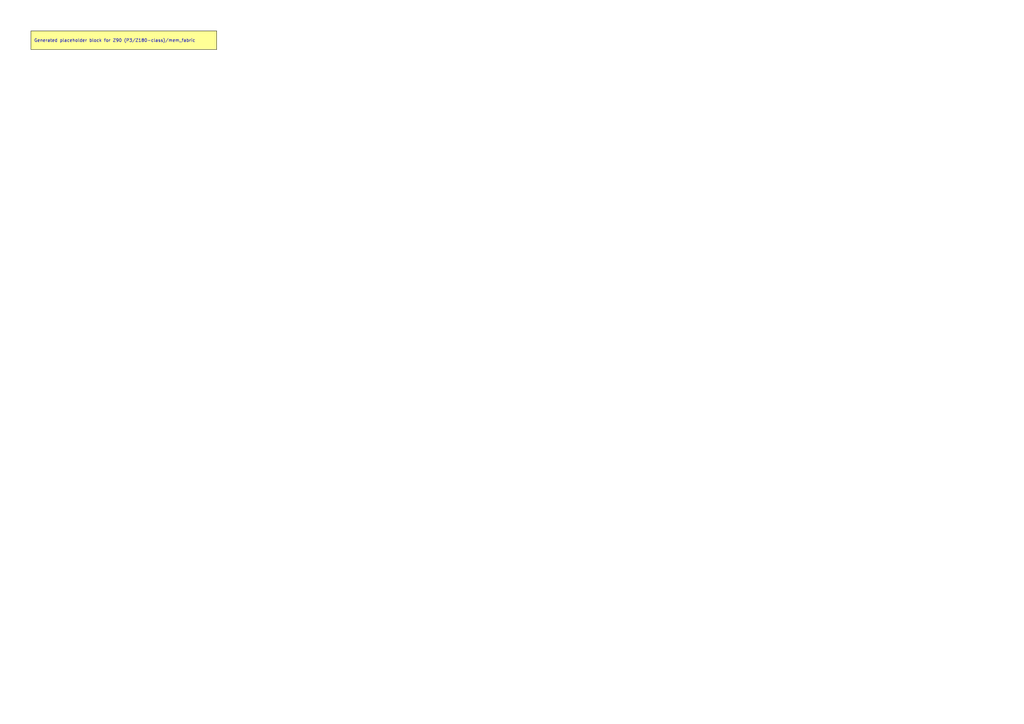
<source format=kicad_sch>
(kicad_sch
	(version 20250114)
	(generator "kicadgen")
	(generator_version "0.2")
	(uuid "89e3fb5d-801e-57af-80a9-5dbd7b379238")
	(paper "A3")
	(title_block
		(title "Z90 (P3/Z180-class)::mem_fabric")
		(company "Project Carbon")
		(comment 1 "Generated - do not edit in generated/")
		(comment 2 "Edit in schem/kicad9/manual/ or refine mapping specs")
	)
	(lib_symbols)
	(text_box
		"Generated placeholder block for Z90 (P3/Z180-class)/mem_fabric"
		(exclude_from_sim no)
		(at
			12.7
			12.7
			0
		)
		(size 76.2 7.62)
		(margins
			1.27
			1.27
			1.27
			1.27
		)
		(stroke
			(width 0)
			(type default)
			(color
				0
				0
				0
				1
			)
		)
		(fill
			(type color)
			(color
				255
				255
				150
				1
			)
		)
		(effects
			(font
				(size 1.27 1.27)
			)
			(justify left)
		)
		(uuid "8afd1445-0de5-5310-b0de-9b04213eb0f5")
	)
	(sheet_instances
		(path
			"/"
			(page "1")
		)
	)
	(embedded_fonts no)
)

</source>
